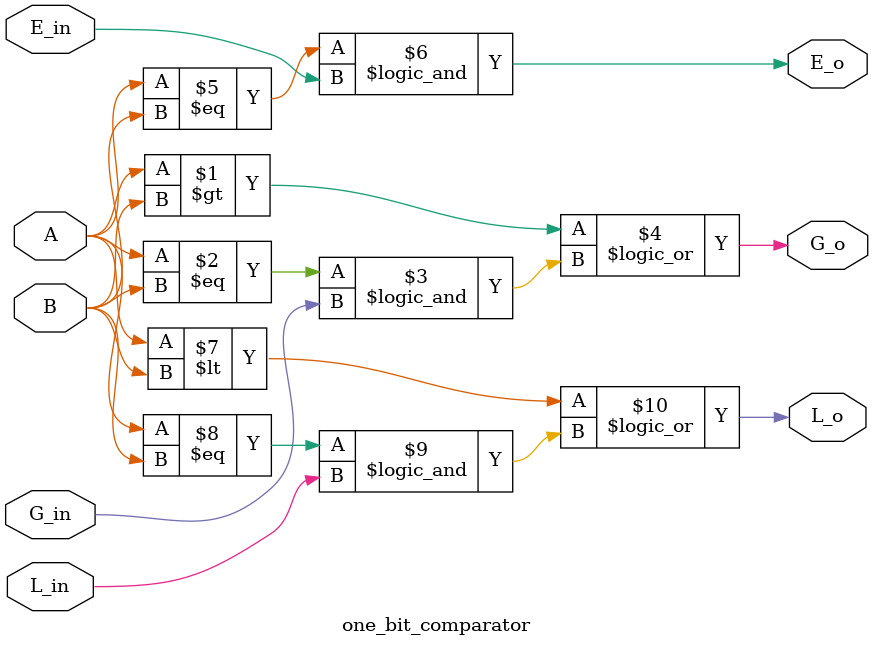
<source format=v>
module one_bit_comparator (
    A,
    B,
    G_in,
    E_in,
    L_in,
    G_o,
    E_o,
    L_o
);

input wire A, B, G_in, E_in, L_in;
output wire G_o, E_o, L_o;
assign G_o = (A > B) || ((A == B) && G_in);
assign E_o = (A == B) && E_in;
assign L_o = (A < B) || ((A == B) && L_in);

endmodule
</source>
